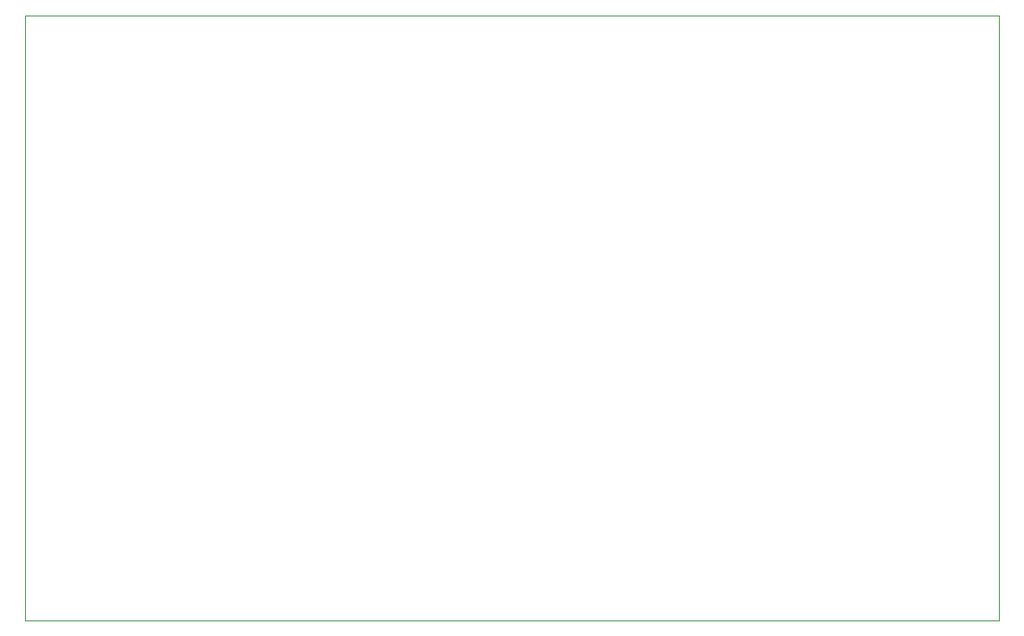
<source format=gbr>
%TF.GenerationSoftware,KiCad,Pcbnew,8.0.7*%
%TF.CreationDate,2024-12-30T21:46:30-05:00*%
%TF.ProjectId,Pi_Zero_W_2,50695f5a-6572-46f5-9f57-5f322e6b6963,v1*%
%TF.SameCoordinates,Original*%
%TF.FileFunction,Profile,NP*%
%FSLAX46Y46*%
G04 Gerber Fmt 4.6, Leading zero omitted, Abs format (unit mm)*
G04 Created by KiCad (PCBNEW 8.0.7) date 2024-12-30 21:46:30*
%MOMM*%
%LPD*%
G01*
G04 APERTURE LIST*
%TA.AperFunction,Profile*%
%ADD10C,0.050000*%
%TD*%
G04 APERTURE END LIST*
D10*
X13106600Y10400900D02*
X13111600Y69680900D01*
X-82368400Y69675900D02*
X-82368400Y10400900D01*
X13111600Y69680900D02*
X-82368400Y69675900D01*
X13106600Y10400900D02*
X-82368400Y10400900D01*
M02*

</source>
